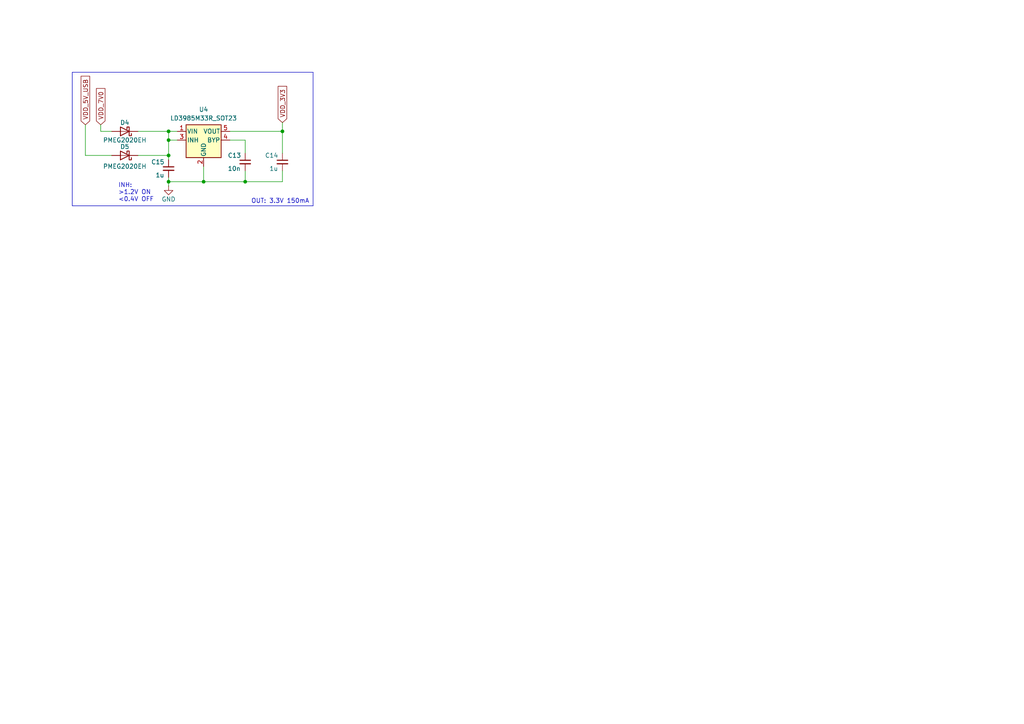
<source format=kicad_sch>
(kicad_sch (version 20231120) (generator "eeschema") (generator_version "8.0")
  (paper "A4")
  (lib_symbols
    (symbol "Device:C_Small" (pin_numbers hide) (pin_names (offset 0.254) hide)
      (property "Reference" "C" (at 0.254 1.778 0))
      (property "Value" "C_Small" (at 0.254 -2.032 0))
      (symbol "C_Small_0_1"
        (polyline (pts (xy -1.524 -0.508) (xy 1.524 -0.508)) (stroke (width 0.3302)))
        (polyline (pts (xy -1.524 0.508) (xy 1.524 0.508)) (stroke (width 0.3048)))
      )
      (symbol "C_Small_1_1"
        (pin passive line (at 0 2.54 270) (length 2.032) (name "~") (number "1"))
        (pin passive line (at 0 -2.54 90) (length 2.032) (name "~") (number "2"))
      )
    )
    (symbol "Device:D_Schottky" (pin_numbers hide) (pin_names (offset 1.016) hide)
      (property "Reference" "D" (at 0 2.54 0))
      (property "Value" "D_Schottky" (at 0 -2.54 0))
      (symbol "D_Schottky_0_1"
        (polyline (pts (xy 1.27 0) (xy -1.27 0)))
        (polyline (pts (xy 1.27 1.27) (xy 1.27 -1.27) (xy -1.27 0) (xy 1.27 1.27)) (stroke (width 0.254)))
        (polyline (pts (xy -1.905 0.635) (xy -1.905 1.27) (xy -1.27 1.27) (xy -1.27 -1.27) (xy -0.635 -1.27) (xy -0.635 -0.635)) (stroke (width 0.254)))
      )
      (symbol "D_Schottky_1_1"
        (pin passive line (at -3.81 0 0) (length 2.54) (name "K") (number "1"))
        (pin passive line (at 3.81 0 180) (length 2.54) (name "A") (number "2"))
      )
    )
    (symbol "Regulator_Linear:LD3985M33R_SOT23" (pin_names (offset 0.254))
      (property "Reference" "U" (at -3.81 5.715 0))
      (property "Value" "LD3985M33R_SOT23" (at 0 5.715 0))
      (symbol "LD3985M33R_SOT23_0_1"
        (rectangle (start -5.08 4.445) (end 5.08 -5.08) (stroke (width 0.254)) (fill (type background)))
      )
      (symbol "LD3985M33R_SOT23_1_1"
        (pin power_in line (at -7.62 2.54 0) (length 2.54) (name "VIN") (number "1"))
        (pin power_in line (at 0 -7.62 90) (length 2.54) (name "GND") (number "2"))
        (pin input line (at -7.62 0 0) (length 2.54) (name "INH") (number "3"))
        (pin input line (at 7.62 0 180) (length 2.54) (name "BYP") (number "4"))
        (pin power_out line (at 7.62 2.54 180) (length 2.54) (name "VOUT") (number "5"))
      )
    )
    (symbol "power:GND" (power) (pin_numbers hide) (pin_names (offset 0) hide)
      (property "Value" "GND" (at 0 -3.81 0))
      (symbol "GND_0_1"
        (polyline (pts (xy 0 0) (xy 0 -1.27) (xy 1.27 -1.27) (xy 0 -2.54) (xy -1.27 -1.27) (xy 0 -1.27)))
      )
      (symbol "GND_1_1"
        (pin power_in line (at 0 0 270) (length 0) (name "~") (number "1"))
      )
    )
  )
  (junction (at 48.895 40.64))
  (junction (at 81.915 38.1))
  (junction (at 48.895 52.705))
  (junction (at 48.895 45.085))
  (junction (at 59.055 52.705))
  (junction (at 71.12 52.705))
  (junction (at 48.895 38.1))
  (wire (pts (xy 48.895 40.64) (xy 48.895 45.085)))
  (wire (pts (xy 71.12 49.53) (xy 71.12 52.705)))
  (wire (pts (xy 29.21 38.1) (xy 32.385 38.1)))
  (wire (pts (xy 81.915 35.56) (xy 81.915 38.1)))
  (wire (pts (xy 71.12 52.705) (xy 81.915 52.705)))
  (wire (pts (xy 48.895 52.705) (xy 48.895 51.435)))
  (wire (pts (xy 48.895 52.705) (xy 59.055 52.705)))
  (wire (pts (xy 66.675 40.64) (xy 71.12 40.64)))
  (wire (pts (xy 81.915 38.1) (xy 81.915 44.45)))
  (wire (pts (xy 48.895 38.1) (xy 48.895 40.64)))
  (wire (pts (xy 24.765 36.195) (xy 24.765 45.085)))
  (wire (pts (xy 29.21 38.1) (xy 29.21 36.195)))
  (wire (pts (xy 71.12 40.64) (xy 71.12 44.45)))
  (wire (pts (xy 59.055 48.26) (xy 59.055 52.705)))
  (wire (pts (xy 48.895 45.085) (xy 48.895 46.355)))
  (wire (pts (xy 48.895 53.975) (xy 48.895 52.705)))
  (polyline (pts (xy 20.955 59.69) (xy 20.955 20.955)))
  (wire (pts (xy 51.435 40.64) (xy 48.895 40.64)))
  (wire (pts (xy 81.915 52.705) (xy 81.915 49.53)))
  (wire (pts (xy 24.765 45.085) (xy 32.385 45.085)))
  (polyline (pts (xy 20.955 20.955) (xy 90.805 20.955)))
  (wire (pts (xy 59.055 52.705) (xy 71.12 52.705)))
  (wire (pts (xy 48.895 38.1) (xy 51.435 38.1)))
  (polyline (pts (xy 90.805 20.955) (xy 90.805 59.69)))
  (polyline (pts (xy 20.955 59.69) (xy 90.805 59.69)))
  (wire (pts (xy 66.675 38.1) (xy 81.915 38.1)))
  (wire (pts (xy 40.005 45.085) (xy 48.895 45.085)))
  (wire (pts (xy 40.005 38.1) (xy 48.895 38.1)))
  (text "INH:\n>1.2V ON\n<0.4V OFF" (at 34.29 55.88 0) (effects (font (size 1.27 1.27)) (justify left)))
  (text "OUT: 3.3V 150mA\n" (at 81.28 58.42 0) (effects (font (size 1.27 1.27))))
  (global_label "VDD_3V3" (shape input) (at 81.915 35.56 90) (property "Intersheetrefs" "${INTERSHEET_REFS}" (effects (hide yes))))
  (global_label "VDD_7V0" (shape input) (at 29.21 36.195 90) (property "Intersheetrefs" "${INTERSHEET_REFS}" (effects (hide yes))))
  (global_label "VDD_5V_USB" (shape input) (at 24.765 36.195 90) (property "Intersheetrefs" "${INTERSHEET_REFS}" (effects (hide yes))))
  (symbol (lib_id "Device:C_Small") (at 48.895 48.895 0) (unit 1)
    (property "Reference" "C15" (at 43.815 46.99 0) (effects (justify left)))
    (property "Value" "1u" (at 45.085 50.8 0) (effects (justify left)))
    (property "Footprint" "Capacitor_SMD:C_0603_1608Metric" (effects (hide yes)))
    (property "Description" "Unpolarized capacitor, small symbol" (effects (hide yes)))
  )
  (symbol (lib_id "Device:C_Small") (at 71.12 46.99 0) (unit 1)
    (property "Reference" "C13" (at 66.04 45.085 0) (effects (justify left)))
    (property "Value" "10n" (at 66.04 48.895 0) (effects (justify left)))
    (property "Footprint" "Capacitor_SMD:C_0603_1608Metric" (effects (hide yes)))
    (property "Description" "Unpolarized capacitor, small symbol" (effects (hide yes)))
  )
  (symbol (lib_id "Regulator_Linear:LD3985M33R_SOT23") (at 59.055 40.64 0) (unit 1)
    (property "Reference" "U4" (at 59.055 31.75 0))
    (property "Value" "LD3985M33R_SOT23" (at 59.055 34.29 0))
    (property "Footprint" "Package_TO_SOT_SMD:SOT-23-5" (effects (hide yes)))
    (property "Datasheet" "http://www.st.com/internet/com/TECHNICAL_RESOURCES/TECHNICAL_LITERATURE/DATASHEET/CD00003395.pdf" (effects (hide yes)))
    (property "Description" "150mA Low Dropout Voltage Regulator, Fixed Output 3.3V, SOT-23-5" (effects (hide yes)))
  )
  (symbol (lib_id "power:GND") (at 48.895 53.975 0) (unit 1)
    (property "Reference" "#PWR011" (effects (hide yes)))
    (property "Value" "GND" (at 48.895 57.785 0))
    (property "Description" "Power symbol creates a global label with name \"GND\" , ground" (effects (hide yes)))
  )
  (symbol (lib_id "Device:C_Small") (at 81.915 46.99 0) (unit 1)
    (property "Reference" "C14" (at 76.835 45.085 0) (effects (justify left)))
    (property "Value" "1u" (at 78.105 48.895 0) (effects (justify left)))
    (property "Footprint" "Capacitor_SMD:C_0603_1608Metric" (effects (hide yes)))
    (property "Description" "Unpolarized capacitor, small symbol" (effects (hide yes)))
  )
  (symbol (lib_id "Device:D_Schottky") (at 36.195 45.085 180) (unit 1)
    (property "Reference" "D5" (at 36.195 42.545 0))
    (property "Value" "PMEG2020EH" (at 36.195 48.26 0))
    (property "Footprint" "Diode_SMD:D_SOD-123F" (effects (hide yes)))
    (property "Description" "Schottky diode" (effects (hide yes)))
  )
  (symbol (lib_id "Device:D_Schottky") (at 36.195 38.1 180) (unit 1)
    (property "Reference" "D4" (at 36.195 35.56 0))
    (property "Value" "PMEG2020EH" (at 36.195 40.64 0))
    (property "Footprint" "Diode_SMD:D_SOD-123F" (effects (hide yes)))
    (property "Description" "Schottky diode" (effects (hide yes)))
  )
)
</source>
